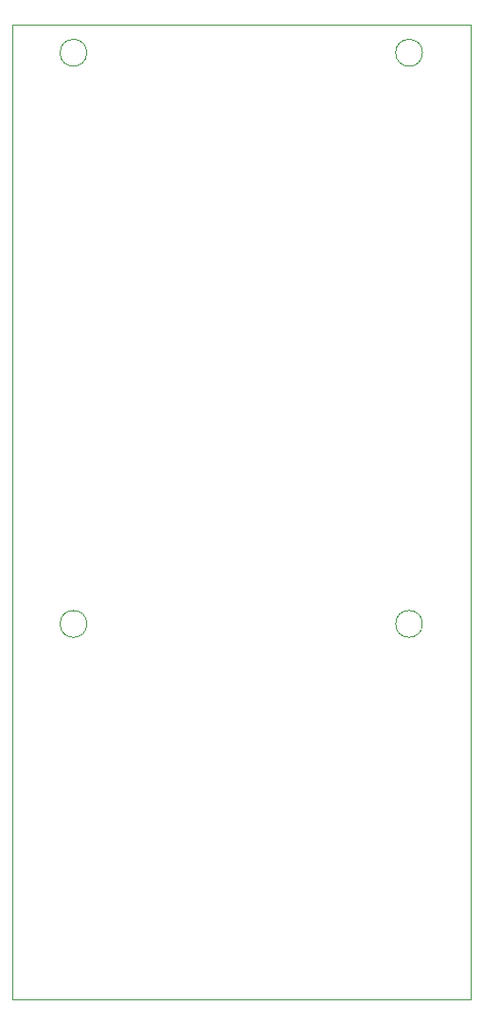
<source format=gm1>
G04 #@! TF.GenerationSoftware,KiCad,Pcbnew,7.0.7*
G04 #@! TF.CreationDate,2023-11-11T11:17:01+02:00*
G04 #@! TF.ProjectId,dif-pressure-meter,6469662d-7072-4657-9373-7572652d6d65,rev?*
G04 #@! TF.SameCoordinates,Original*
G04 #@! TF.FileFunction,Profile,NP*
%FSLAX46Y46*%
G04 Gerber Fmt 4.6, Leading zero omitted, Abs format (unit mm)*
G04 Created by KiCad (PCBNEW 7.0.7) date 2023-11-11 11:17:01*
%MOMM*%
%LPD*%
G01*
G04 APERTURE LIST*
G04 #@! TA.AperFunction,Profile*
%ADD10C,0.100000*%
G04 #@! TD*
G04 #@! TA.AperFunction,Profile*
%ADD11C,0.120000*%
G04 #@! TD*
G04 APERTURE END LIST*
D10*
X108750000Y-35000000D02*
X149750000Y-35000000D01*
X149750000Y-122000000D01*
X108750000Y-122000000D01*
X108750000Y-35000000D01*
D11*
X115440000Y-88500000D02*
G75*
G03*
X115440000Y-88500000I-1200000J0D01*
G01*
X145440000Y-88500000D02*
G75*
G03*
X145440000Y-88500000I-1200000J0D01*
G01*
X115440000Y-37500000D02*
G75*
G03*
X115440000Y-37500000I-1200000J0D01*
G01*
X145440000Y-37500000D02*
G75*
G03*
X145440000Y-37500000I-1200000J0D01*
G01*
M02*

</source>
